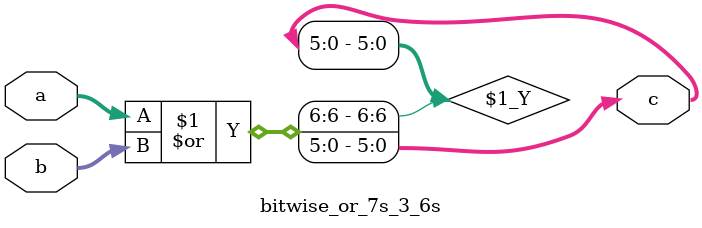
<source format=v>
module bitwise_or_7s_3_6s(a, b, c);
  input signed [6:0] a;
  input [2:0] b;
  output signed [5:0] c;
  assign c = a | b;
endmodule

</source>
